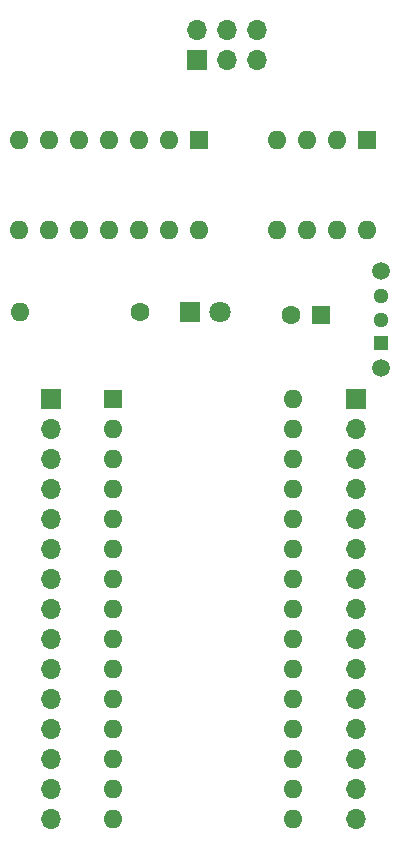
<source format=gbr>
%TF.GenerationSoftware,KiCad,Pcbnew,8.0.7*%
%TF.CreationDate,2025-02-21T23:23:42-08:00*%
%TF.ProjectId,Attiny2x4x8x Programmers,41747469-6e79-4327-9834-783878205072,rev?*%
%TF.SameCoordinates,Original*%
%TF.FileFunction,Soldermask,Top*%
%TF.FilePolarity,Negative*%
%FSLAX46Y46*%
G04 Gerber Fmt 4.6, Leading zero omitted, Abs format (unit mm)*
G04 Created by KiCad (PCBNEW 8.0.7) date 2025-02-21 23:23:42*
%MOMM*%
%LPD*%
G01*
G04 APERTURE LIST*
%ADD10R,1.600000X1.600000*%
%ADD11C,1.600000*%
%ADD12O,1.600000X1.600000*%
%ADD13R,1.700000X1.700000*%
%ADD14O,1.700000X1.700000*%
%ADD15R,1.295400X1.295400*%
%ADD16C,1.295400*%
%ADD17C,1.498600*%
%ADD18R,1.800000X1.800000*%
%ADD19C,1.800000*%
G04 APERTURE END LIST*
D10*
%TO.C,C1*%
X97600000Y-62900000D03*
D11*
X95100001Y-62899998D03*
%TD*%
D10*
%TO.C,A1*%
X80000000Y-70000000D03*
D12*
X80000000Y-72540000D03*
X80000000Y-75080000D03*
X80000000Y-77620000D03*
X80000000Y-80160000D03*
X80000000Y-82700000D03*
X80000000Y-85240000D03*
X80000000Y-87780000D03*
X80000000Y-90320000D03*
X80000000Y-92860000D03*
X80000000Y-95400000D03*
X80000000Y-97940000D03*
X80000000Y-100480000D03*
X80000000Y-103020000D03*
X80000000Y-105560000D03*
X95240000Y-105560000D03*
X95240000Y-103020000D03*
X95240000Y-100480000D03*
X95240000Y-97940000D03*
X95240000Y-95400000D03*
X95240000Y-92860000D03*
X95240000Y-90320000D03*
X95240000Y-87780000D03*
X95240000Y-85240000D03*
X95240000Y-82700000D03*
X95240000Y-80160000D03*
X95240000Y-77620000D03*
X95240000Y-75080000D03*
X95240000Y-72540000D03*
X95240000Y-70000000D03*
%TD*%
D13*
%TO.C,J1*%
X74800000Y-70000000D03*
D14*
X74800000Y-72540000D03*
X74800000Y-75080000D03*
X74800000Y-77620000D03*
X74800000Y-80160000D03*
X74800000Y-82700000D03*
X74800000Y-85240000D03*
X74800000Y-87780000D03*
X74800000Y-90320000D03*
X74800000Y-92860000D03*
X74800000Y-95400000D03*
X74800000Y-97940000D03*
X74800000Y-100480000D03*
X74800000Y-103020000D03*
X74800000Y-105560000D03*
%TD*%
D10*
%TO.C,U1*%
X87295000Y-48135000D03*
D12*
X84755000Y-48135000D03*
X82215000Y-48135000D03*
X79675000Y-48135000D03*
X77135000Y-48135000D03*
X74595000Y-48135000D03*
X72055000Y-48135000D03*
X72055000Y-55755000D03*
X74595000Y-55755000D03*
X77135000Y-55755000D03*
X79675000Y-55755000D03*
X82215000Y-55755000D03*
X84755000Y-55755000D03*
X87295000Y-55755000D03*
%TD*%
D15*
%TO.C,SW1*%
X102700000Y-65300000D03*
D16*
X102700000Y-63300000D03*
X102700000Y-61299999D03*
D17*
X102700000Y-67400001D03*
X102700000Y-59200000D03*
%TD*%
D13*
%TO.C,J2*%
X100600000Y-70000000D03*
D14*
X100600000Y-72540000D03*
X100600000Y-75080000D03*
X100600000Y-77620000D03*
X100600000Y-80160000D03*
X100600000Y-82700000D03*
X100600000Y-85240000D03*
X100600000Y-87780000D03*
X100600000Y-90320000D03*
X100600000Y-92860000D03*
X100600000Y-95400000D03*
X100600000Y-97940000D03*
X100600000Y-100480000D03*
X100600000Y-103020000D03*
X100600000Y-105560000D03*
%TD*%
D13*
%TO.C,J3*%
X87125000Y-41325000D03*
D14*
X87125000Y-38785000D03*
X89665000Y-41325000D03*
X89665000Y-38785000D03*
X92205000Y-41325000D03*
X92205000Y-38785000D03*
%TD*%
D10*
%TO.C,U2*%
X101555000Y-48105000D03*
D12*
X99014999Y-48105000D03*
X96474999Y-48105002D03*
X93934996Y-48104998D03*
X93935001Y-55724995D03*
X96475006Y-55724998D03*
X99015000Y-55724997D03*
X101554998Y-55725004D03*
%TD*%
D18*
%TO.C,D1*%
X86575000Y-62675000D03*
D19*
X89115000Y-62675000D03*
%TD*%
D11*
%TO.C,R1*%
X82305000Y-62650000D03*
D12*
X72145000Y-62650000D03*
%TD*%
M02*

</source>
